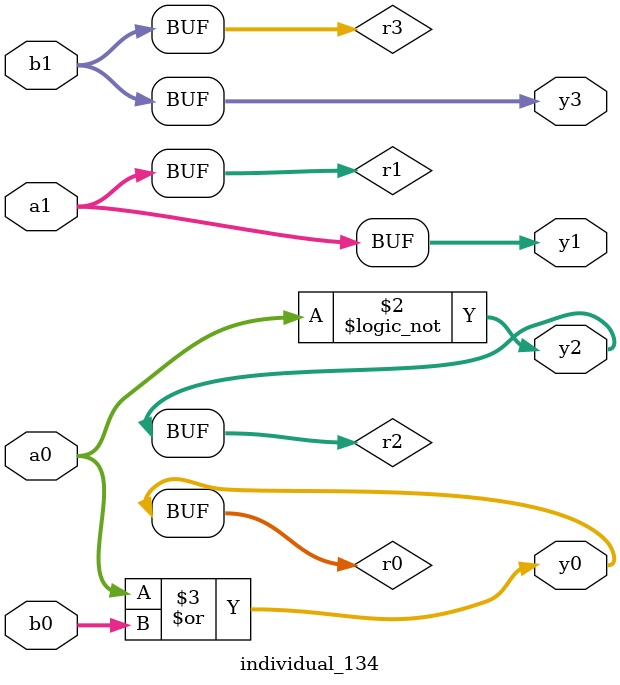
<source format=sv>
module individual_134(input logic [15:0] a1, input logic [15:0] a0, input logic [15:0] b1, input logic [15:0] b0, output logic [15:0] y3, output logic [15:0] y2, output logic [15:0] y1, output logic [15:0] y0);
logic [15:0] r0, r1, r2, r3; 
 always@(*) begin 
	 r0 = a0; r1 = a1; r2 = b0; r3 = b1; 
 	 r2 = ! r0 ;
 	 r0  |=  b0 ;
 	 y3 = r3; y2 = r2; y1 = r1; y0 = r0; 
end
endmodule
</source>
